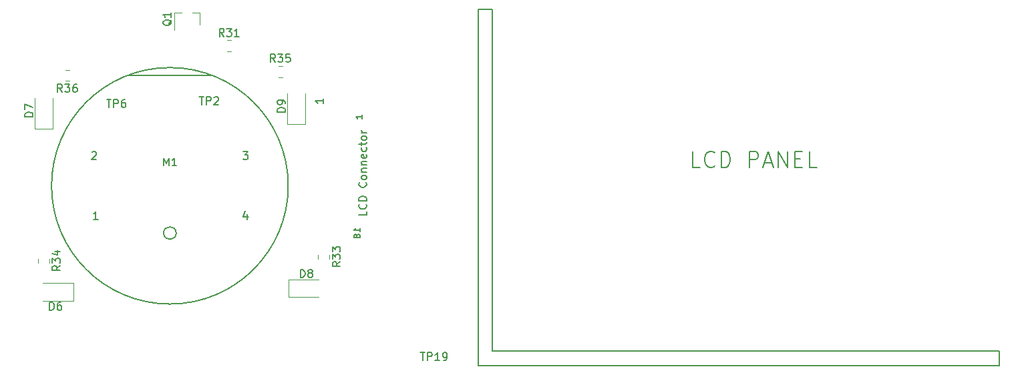
<source format=gbr>
G04 #@! TF.GenerationSoftware,KiCad,Pcbnew,(5.0.2)-1*
G04 #@! TF.CreationDate,2019-10-14T17:28:43+02:00*
G04 #@! TF.ProjectId,motoHUD,6d6f746f-4855-4442-9e6b-696361645f70,rev?*
G04 #@! TF.SameCoordinates,Original*
G04 #@! TF.FileFunction,Legend,Top*
G04 #@! TF.FilePolarity,Positive*
%FSLAX46Y46*%
G04 Gerber Fmt 4.6, Leading zero omitted, Abs format (unit mm)*
G04 Created by KiCad (PCBNEW (5.0.2)-1) date 14.10.2019 17:28:43*
%MOMM*%
%LPD*%
G01*
G04 APERTURE LIST*
%ADD10C,0.200000*%
%ADD11C,0.150000*%
%ADD12C,0.120000*%
G04 APERTURE END LIST*
D10*
X120611904Y-111847619D02*
X120611904Y-111390476D01*
X120611904Y-111619047D02*
X119811904Y-111619047D01*
X119926190Y-111542857D01*
X120002380Y-111466666D01*
X120040476Y-111390476D01*
X120154761Y-112304761D02*
X120116666Y-112228571D01*
X120078571Y-112190476D01*
X120002380Y-112152380D01*
X119964285Y-112152380D01*
X119888095Y-112190476D01*
X119850000Y-112228571D01*
X119811904Y-112304761D01*
X119811904Y-112457142D01*
X119850000Y-112533333D01*
X119888095Y-112571428D01*
X119964285Y-112609523D01*
X120002380Y-112609523D01*
X120078571Y-112571428D01*
X120116666Y-112533333D01*
X120154761Y-112457142D01*
X120154761Y-112304761D01*
X120192857Y-112228571D01*
X120230952Y-112190476D01*
X120307142Y-112152380D01*
X120459523Y-112152380D01*
X120535714Y-112190476D01*
X120573809Y-112228571D01*
X120611904Y-112304761D01*
X120611904Y-112457142D01*
X120573809Y-112533333D01*
X120535714Y-112571428D01*
X120459523Y-112609523D01*
X120307142Y-112609523D01*
X120230952Y-112571428D01*
X120192857Y-112533333D01*
X120154761Y-112457142D01*
X120861904Y-97021428D02*
X120861904Y-97478571D01*
X120861904Y-97250000D02*
X120061904Y-97250000D01*
X120176190Y-97326190D01*
X120252380Y-97402380D01*
X120290476Y-97478571D01*
D11*
G04 #@! TO.C,J9*
X135600000Y-128800000D02*
X135600000Y-83600000D01*
X135600000Y-128800000D02*
X201600000Y-128800000D01*
X135600000Y-83600000D02*
X137400000Y-83600000D01*
X137400000Y-83600000D02*
X137400000Y-127000000D01*
X137400000Y-127000000D02*
X201600000Y-127000000D01*
X201600000Y-127000000D02*
X201600000Y-128800000D01*
G04 #@! TO.C,M1*
X97300000Y-112000000D02*
G75*
G03X97300000Y-112000000I-800000J0D01*
G01*
X101900000Y-92000000D02*
X91100000Y-92000000D01*
X111500000Y-106000000D02*
G75*
G03X111500000Y-106000000I-15000000J0D01*
G01*
D12*
G04 #@! TO.C,Q1*
X100259000Y-84076000D02*
X99329000Y-84076000D01*
X97099000Y-84076000D02*
X98029000Y-84076000D01*
X97099000Y-84076000D02*
X97099000Y-86236000D01*
X100259000Y-84076000D02*
X100259000Y-85536000D01*
G04 #@! TO.C,D6*
X80400000Y-120635000D02*
X84285000Y-120635000D01*
X84285000Y-120635000D02*
X84285000Y-118365000D01*
X84285000Y-118365000D02*
X80400000Y-118365000D01*
G04 #@! TO.C,D7*
X81635000Y-98785000D02*
X81635000Y-94900000D01*
X79365000Y-98785000D02*
X81635000Y-98785000D01*
X79365000Y-94900000D02*
X79365000Y-98785000D01*
G04 #@! TO.C,D8*
X111507000Y-120135000D02*
X115392000Y-120135000D01*
X111507000Y-117865000D02*
X111507000Y-120135000D01*
X115392000Y-117865000D02*
X111507000Y-117865000D01*
G04 #@! TO.C,D9*
X111365000Y-94300000D02*
X111365000Y-98185000D01*
X111365000Y-98185000D02*
X113635000Y-98185000D01*
X113635000Y-98185000D02*
X113635000Y-94300000D01*
G04 #@! TO.C,R31*
X103738748Y-88960000D02*
X104261252Y-88960000D01*
X103738748Y-87540000D02*
X104261252Y-87540000D01*
G04 #@! TO.C,R33*
X116710000Y-114738748D02*
X116710000Y-115261252D01*
X115290000Y-114738748D02*
X115290000Y-115261252D01*
G04 #@! TO.C,R34*
X81210000Y-115238748D02*
X81210000Y-115761252D01*
X79790000Y-115238748D02*
X79790000Y-115761252D01*
G04 #@! TO.C,R35*
X110238748Y-90790000D02*
X110761252Y-90790000D01*
X110238748Y-92210000D02*
X110761252Y-92210000D01*
G04 #@! TO.C,R36*
X83761252Y-91290000D02*
X83238748Y-91290000D01*
X83761252Y-92710000D02*
X83238748Y-92710000D01*
G04 #@! TO.C,J9*
D11*
X121452380Y-109233333D02*
X121452380Y-109709523D01*
X120452380Y-109709523D01*
X121357142Y-108328571D02*
X121404761Y-108376190D01*
X121452380Y-108519047D01*
X121452380Y-108614285D01*
X121404761Y-108757142D01*
X121309523Y-108852380D01*
X121214285Y-108900000D01*
X121023809Y-108947619D01*
X120880952Y-108947619D01*
X120690476Y-108900000D01*
X120595238Y-108852380D01*
X120500000Y-108757142D01*
X120452380Y-108614285D01*
X120452380Y-108519047D01*
X120500000Y-108376190D01*
X120547619Y-108328571D01*
X121452380Y-107900000D02*
X120452380Y-107900000D01*
X120452380Y-107661904D01*
X120500000Y-107519047D01*
X120595238Y-107423809D01*
X120690476Y-107376190D01*
X120880952Y-107328571D01*
X121023809Y-107328571D01*
X121214285Y-107376190D01*
X121309523Y-107423809D01*
X121404761Y-107519047D01*
X121452380Y-107661904D01*
X121452380Y-107900000D01*
X121357142Y-105566666D02*
X121404761Y-105614285D01*
X121452380Y-105757142D01*
X121452380Y-105852380D01*
X121404761Y-105995238D01*
X121309523Y-106090476D01*
X121214285Y-106138095D01*
X121023809Y-106185714D01*
X120880952Y-106185714D01*
X120690476Y-106138095D01*
X120595238Y-106090476D01*
X120500000Y-105995238D01*
X120452380Y-105852380D01*
X120452380Y-105757142D01*
X120500000Y-105614285D01*
X120547619Y-105566666D01*
X121452380Y-104995238D02*
X121404761Y-105090476D01*
X121357142Y-105138095D01*
X121261904Y-105185714D01*
X120976190Y-105185714D01*
X120880952Y-105138095D01*
X120833333Y-105090476D01*
X120785714Y-104995238D01*
X120785714Y-104852380D01*
X120833333Y-104757142D01*
X120880952Y-104709523D01*
X120976190Y-104661904D01*
X121261904Y-104661904D01*
X121357142Y-104709523D01*
X121404761Y-104757142D01*
X121452380Y-104852380D01*
X121452380Y-104995238D01*
X120785714Y-104233333D02*
X121452380Y-104233333D01*
X120880952Y-104233333D02*
X120833333Y-104185714D01*
X120785714Y-104090476D01*
X120785714Y-103947619D01*
X120833333Y-103852380D01*
X120928571Y-103804761D01*
X121452380Y-103804761D01*
X120785714Y-103328571D02*
X121452380Y-103328571D01*
X120880952Y-103328571D02*
X120833333Y-103280952D01*
X120785714Y-103185714D01*
X120785714Y-103042857D01*
X120833333Y-102947619D01*
X120928571Y-102900000D01*
X121452380Y-102900000D01*
X121404761Y-102042857D02*
X121452380Y-102138095D01*
X121452380Y-102328571D01*
X121404761Y-102423809D01*
X121309523Y-102471428D01*
X120928571Y-102471428D01*
X120833333Y-102423809D01*
X120785714Y-102328571D01*
X120785714Y-102138095D01*
X120833333Y-102042857D01*
X120928571Y-101995238D01*
X121023809Y-101995238D01*
X121119047Y-102471428D01*
X121404761Y-101138095D02*
X121452380Y-101233333D01*
X121452380Y-101423809D01*
X121404761Y-101519047D01*
X121357142Y-101566666D01*
X121261904Y-101614285D01*
X120976190Y-101614285D01*
X120880952Y-101566666D01*
X120833333Y-101519047D01*
X120785714Y-101423809D01*
X120785714Y-101233333D01*
X120833333Y-101138095D01*
X120785714Y-100852380D02*
X120785714Y-100471428D01*
X120452380Y-100709523D02*
X121309523Y-100709523D01*
X121404761Y-100661904D01*
X121452380Y-100566666D01*
X121452380Y-100471428D01*
X121452380Y-99995238D02*
X121404761Y-100090476D01*
X121357142Y-100138095D01*
X121261904Y-100185714D01*
X120976190Y-100185714D01*
X120880952Y-100138095D01*
X120833333Y-100090476D01*
X120785714Y-99995238D01*
X120785714Y-99852380D01*
X120833333Y-99757142D01*
X120880952Y-99709523D01*
X120976190Y-99661904D01*
X121261904Y-99661904D01*
X121357142Y-99709523D01*
X121404761Y-99757142D01*
X121452380Y-99852380D01*
X121452380Y-99995238D01*
X121452380Y-99233333D02*
X120785714Y-99233333D01*
X120976190Y-99233333D02*
X120880952Y-99185714D01*
X120833333Y-99138095D01*
X120785714Y-99042857D01*
X120785714Y-98947619D01*
X115952380Y-94964285D02*
X115952380Y-95535714D01*
X115952380Y-95250000D02*
X114952380Y-95250000D01*
X115095238Y-95345238D01*
X115190476Y-95440476D01*
X115238095Y-95535714D01*
X163738095Y-103654761D02*
X162785714Y-103654761D01*
X162785714Y-101654761D01*
X165547619Y-103464285D02*
X165452380Y-103559523D01*
X165166666Y-103654761D01*
X164976190Y-103654761D01*
X164690476Y-103559523D01*
X164500000Y-103369047D01*
X164404761Y-103178571D01*
X164309523Y-102797619D01*
X164309523Y-102511904D01*
X164404761Y-102130952D01*
X164500000Y-101940476D01*
X164690476Y-101750000D01*
X164976190Y-101654761D01*
X165166666Y-101654761D01*
X165452380Y-101750000D01*
X165547619Y-101845238D01*
X166404761Y-103654761D02*
X166404761Y-101654761D01*
X166880952Y-101654761D01*
X167166666Y-101750000D01*
X167357142Y-101940476D01*
X167452380Y-102130952D01*
X167547619Y-102511904D01*
X167547619Y-102797619D01*
X167452380Y-103178571D01*
X167357142Y-103369047D01*
X167166666Y-103559523D01*
X166880952Y-103654761D01*
X166404761Y-103654761D01*
X169928571Y-103654761D02*
X169928571Y-101654761D01*
X170690476Y-101654761D01*
X170880952Y-101750000D01*
X170976190Y-101845238D01*
X171071428Y-102035714D01*
X171071428Y-102321428D01*
X170976190Y-102511904D01*
X170880952Y-102607142D01*
X170690476Y-102702380D01*
X169928571Y-102702380D01*
X171833333Y-103083333D02*
X172785714Y-103083333D01*
X171642857Y-103654761D02*
X172309523Y-101654761D01*
X172976190Y-103654761D01*
X173642857Y-103654761D02*
X173642857Y-101654761D01*
X174785714Y-103654761D01*
X174785714Y-101654761D01*
X175738095Y-102607142D02*
X176404761Y-102607142D01*
X176690476Y-103654761D02*
X175738095Y-103654761D01*
X175738095Y-101654761D01*
X176690476Y-101654761D01*
X178500000Y-103654761D02*
X177547619Y-103654761D01*
X177547619Y-101654761D01*
G04 #@! TO.C,TP2*
X100238095Y-94702380D02*
X100809523Y-94702380D01*
X100523809Y-95702380D02*
X100523809Y-94702380D01*
X101142857Y-95702380D02*
X101142857Y-94702380D01*
X101523809Y-94702380D01*
X101619047Y-94750000D01*
X101666666Y-94797619D01*
X101714285Y-94892857D01*
X101714285Y-95035714D01*
X101666666Y-95130952D01*
X101619047Y-95178571D01*
X101523809Y-95226190D01*
X101142857Y-95226190D01*
X102095238Y-94797619D02*
X102142857Y-94750000D01*
X102238095Y-94702380D01*
X102476190Y-94702380D01*
X102571428Y-94750000D01*
X102619047Y-94797619D01*
X102666666Y-94892857D01*
X102666666Y-94988095D01*
X102619047Y-95130952D01*
X102047619Y-95702380D01*
X102666666Y-95702380D01*
G04 #@! TO.C,TP6*
X88488095Y-95054380D02*
X89059523Y-95054380D01*
X88773809Y-96054380D02*
X88773809Y-95054380D01*
X89392857Y-96054380D02*
X89392857Y-95054380D01*
X89773809Y-95054380D01*
X89869047Y-95102000D01*
X89916666Y-95149619D01*
X89964285Y-95244857D01*
X89964285Y-95387714D01*
X89916666Y-95482952D01*
X89869047Y-95530571D01*
X89773809Y-95578190D01*
X89392857Y-95578190D01*
X90821428Y-95054380D02*
X90630952Y-95054380D01*
X90535714Y-95102000D01*
X90488095Y-95149619D01*
X90392857Y-95292476D01*
X90345238Y-95482952D01*
X90345238Y-95863904D01*
X90392857Y-95959142D01*
X90440476Y-96006761D01*
X90535714Y-96054380D01*
X90726190Y-96054380D01*
X90821428Y-96006761D01*
X90869047Y-95959142D01*
X90916666Y-95863904D01*
X90916666Y-95625809D01*
X90869047Y-95530571D01*
X90821428Y-95482952D01*
X90726190Y-95435333D01*
X90535714Y-95435333D01*
X90440476Y-95482952D01*
X90392857Y-95530571D01*
X90345238Y-95625809D01*
G04 #@! TO.C,TP19*
X128261904Y-127152380D02*
X128833333Y-127152380D01*
X128547619Y-128152380D02*
X128547619Y-127152380D01*
X129166666Y-128152380D02*
X129166666Y-127152380D01*
X129547619Y-127152380D01*
X129642857Y-127200000D01*
X129690476Y-127247619D01*
X129738095Y-127342857D01*
X129738095Y-127485714D01*
X129690476Y-127580952D01*
X129642857Y-127628571D01*
X129547619Y-127676190D01*
X129166666Y-127676190D01*
X130690476Y-128152380D02*
X130119047Y-128152380D01*
X130404761Y-128152380D02*
X130404761Y-127152380D01*
X130309523Y-127295238D01*
X130214285Y-127390476D01*
X130119047Y-127438095D01*
X131166666Y-128152380D02*
X131357142Y-128152380D01*
X131452380Y-128104761D01*
X131500000Y-128057142D01*
X131595238Y-127914285D01*
X131642857Y-127723809D01*
X131642857Y-127342857D01*
X131595238Y-127247619D01*
X131547619Y-127200000D01*
X131452380Y-127152380D01*
X131261904Y-127152380D01*
X131166666Y-127200000D01*
X131119047Y-127247619D01*
X131071428Y-127342857D01*
X131071428Y-127580952D01*
X131119047Y-127676190D01*
X131166666Y-127723809D01*
X131261904Y-127771428D01*
X131452380Y-127771428D01*
X131547619Y-127723809D01*
X131595238Y-127676190D01*
X131642857Y-127580952D01*
G04 #@! TO.C,M1*
X95690476Y-103452380D02*
X95690476Y-102452380D01*
X96023809Y-103166666D01*
X96357142Y-102452380D01*
X96357142Y-103452380D01*
X97357142Y-103452380D02*
X96785714Y-103452380D01*
X97071428Y-103452380D02*
X97071428Y-102452380D01*
X96976190Y-102595238D01*
X96880952Y-102690476D01*
X96785714Y-102738095D01*
X106290476Y-109585714D02*
X106290476Y-110252380D01*
X106052380Y-109204761D02*
X105814285Y-109919047D01*
X106433333Y-109919047D01*
X105766666Y-101652380D02*
X106385714Y-101652380D01*
X106052380Y-102033333D01*
X106195238Y-102033333D01*
X106290476Y-102080952D01*
X106338095Y-102128571D01*
X106385714Y-102223809D01*
X106385714Y-102461904D01*
X106338095Y-102557142D01*
X106290476Y-102604761D01*
X106195238Y-102652380D01*
X105909523Y-102652380D01*
X105814285Y-102604761D01*
X105766666Y-102557142D01*
X86614285Y-101747619D02*
X86661904Y-101700000D01*
X86757142Y-101652380D01*
X86995238Y-101652380D01*
X87090476Y-101700000D01*
X87138095Y-101747619D01*
X87185714Y-101842857D01*
X87185714Y-101938095D01*
X87138095Y-102080952D01*
X86566666Y-102652380D01*
X87185714Y-102652380D01*
X87385714Y-110252380D02*
X86814285Y-110252380D01*
X87100000Y-110252380D02*
X87100000Y-109252380D01*
X87004761Y-109395238D01*
X86909523Y-109490476D01*
X86814285Y-109538095D01*
G04 #@! TO.C,Q1*
X96726619Y-84931238D02*
X96679000Y-85026476D01*
X96583761Y-85121714D01*
X96440904Y-85264571D01*
X96393285Y-85359809D01*
X96393285Y-85455047D01*
X96631380Y-85407428D02*
X96583761Y-85502666D01*
X96488523Y-85597904D01*
X96298047Y-85645523D01*
X95964714Y-85645523D01*
X95774238Y-85597904D01*
X95679000Y-85502666D01*
X95631380Y-85407428D01*
X95631380Y-85216952D01*
X95679000Y-85121714D01*
X95774238Y-85026476D01*
X95964714Y-84978857D01*
X96298047Y-84978857D01*
X96488523Y-85026476D01*
X96583761Y-85121714D01*
X96631380Y-85216952D01*
X96631380Y-85407428D01*
X96631380Y-84026476D02*
X96631380Y-84597904D01*
X96631380Y-84312190D02*
X95631380Y-84312190D01*
X95774238Y-84407428D01*
X95869476Y-84502666D01*
X95917095Y-84597904D01*
G04 #@! TO.C,D6*
X81261904Y-121772380D02*
X81261904Y-120772380D01*
X81500000Y-120772380D01*
X81642857Y-120820000D01*
X81738095Y-120915238D01*
X81785714Y-121010476D01*
X81833333Y-121200952D01*
X81833333Y-121343809D01*
X81785714Y-121534285D01*
X81738095Y-121629523D01*
X81642857Y-121724761D01*
X81500000Y-121772380D01*
X81261904Y-121772380D01*
X82690476Y-120772380D02*
X82500000Y-120772380D01*
X82404761Y-120820000D01*
X82357142Y-120867619D01*
X82261904Y-121010476D01*
X82214285Y-121200952D01*
X82214285Y-121581904D01*
X82261904Y-121677142D01*
X82309523Y-121724761D01*
X82404761Y-121772380D01*
X82595238Y-121772380D01*
X82690476Y-121724761D01*
X82738095Y-121677142D01*
X82785714Y-121581904D01*
X82785714Y-121343809D01*
X82738095Y-121248571D01*
X82690476Y-121200952D01*
X82595238Y-121153333D01*
X82404761Y-121153333D01*
X82309523Y-121200952D01*
X82261904Y-121248571D01*
X82214285Y-121343809D01*
G04 #@! TO.C,D7*
X79132380Y-97238095D02*
X78132380Y-97238095D01*
X78132380Y-97000000D01*
X78180000Y-96857142D01*
X78275238Y-96761904D01*
X78370476Y-96714285D01*
X78560952Y-96666666D01*
X78703809Y-96666666D01*
X78894285Y-96714285D01*
X78989523Y-96761904D01*
X79084761Y-96857142D01*
X79132380Y-97000000D01*
X79132380Y-97238095D01*
X78132380Y-96333333D02*
X78132380Y-95666666D01*
X79132380Y-96095238D01*
G04 #@! TO.C,D8*
X113053904Y-117632380D02*
X113053904Y-116632380D01*
X113292000Y-116632380D01*
X113434857Y-116680000D01*
X113530095Y-116775238D01*
X113577714Y-116870476D01*
X113625333Y-117060952D01*
X113625333Y-117203809D01*
X113577714Y-117394285D01*
X113530095Y-117489523D01*
X113434857Y-117584761D01*
X113292000Y-117632380D01*
X113053904Y-117632380D01*
X114196761Y-117060952D02*
X114101523Y-117013333D01*
X114053904Y-116965714D01*
X114006285Y-116870476D01*
X114006285Y-116822857D01*
X114053904Y-116727619D01*
X114101523Y-116680000D01*
X114196761Y-116632380D01*
X114387238Y-116632380D01*
X114482476Y-116680000D01*
X114530095Y-116727619D01*
X114577714Y-116822857D01*
X114577714Y-116870476D01*
X114530095Y-116965714D01*
X114482476Y-117013333D01*
X114387238Y-117060952D01*
X114196761Y-117060952D01*
X114101523Y-117108571D01*
X114053904Y-117156190D01*
X114006285Y-117251428D01*
X114006285Y-117441904D01*
X114053904Y-117537142D01*
X114101523Y-117584761D01*
X114196761Y-117632380D01*
X114387238Y-117632380D01*
X114482476Y-117584761D01*
X114530095Y-117537142D01*
X114577714Y-117441904D01*
X114577714Y-117251428D01*
X114530095Y-117156190D01*
X114482476Y-117108571D01*
X114387238Y-117060952D01*
G04 #@! TO.C,D9*
X111132380Y-96638095D02*
X110132380Y-96638095D01*
X110132380Y-96400000D01*
X110180000Y-96257142D01*
X110275238Y-96161904D01*
X110370476Y-96114285D01*
X110560952Y-96066666D01*
X110703809Y-96066666D01*
X110894285Y-96114285D01*
X110989523Y-96161904D01*
X111084761Y-96257142D01*
X111132380Y-96400000D01*
X111132380Y-96638095D01*
X111132380Y-95590476D02*
X111132380Y-95400000D01*
X111084761Y-95304761D01*
X111037142Y-95257142D01*
X110894285Y-95161904D01*
X110703809Y-95114285D01*
X110322857Y-95114285D01*
X110227619Y-95161904D01*
X110180000Y-95209523D01*
X110132380Y-95304761D01*
X110132380Y-95495238D01*
X110180000Y-95590476D01*
X110227619Y-95638095D01*
X110322857Y-95685714D01*
X110560952Y-95685714D01*
X110656190Y-95638095D01*
X110703809Y-95590476D01*
X110751428Y-95495238D01*
X110751428Y-95304761D01*
X110703809Y-95209523D01*
X110656190Y-95161904D01*
X110560952Y-95114285D01*
G04 #@! TO.C,R31*
X103357142Y-87052380D02*
X103023809Y-86576190D01*
X102785714Y-87052380D02*
X102785714Y-86052380D01*
X103166666Y-86052380D01*
X103261904Y-86100000D01*
X103309523Y-86147619D01*
X103357142Y-86242857D01*
X103357142Y-86385714D01*
X103309523Y-86480952D01*
X103261904Y-86528571D01*
X103166666Y-86576190D01*
X102785714Y-86576190D01*
X103690476Y-86052380D02*
X104309523Y-86052380D01*
X103976190Y-86433333D01*
X104119047Y-86433333D01*
X104214285Y-86480952D01*
X104261904Y-86528571D01*
X104309523Y-86623809D01*
X104309523Y-86861904D01*
X104261904Y-86957142D01*
X104214285Y-87004761D01*
X104119047Y-87052380D01*
X103833333Y-87052380D01*
X103738095Y-87004761D01*
X103690476Y-86957142D01*
X105261904Y-87052380D02*
X104690476Y-87052380D01*
X104976190Y-87052380D02*
X104976190Y-86052380D01*
X104880952Y-86195238D01*
X104785714Y-86290476D01*
X104690476Y-86338095D01*
G04 #@! TO.C,R33*
X118102380Y-115642857D02*
X117626190Y-115976190D01*
X118102380Y-116214285D02*
X117102380Y-116214285D01*
X117102380Y-115833333D01*
X117150000Y-115738095D01*
X117197619Y-115690476D01*
X117292857Y-115642857D01*
X117435714Y-115642857D01*
X117530952Y-115690476D01*
X117578571Y-115738095D01*
X117626190Y-115833333D01*
X117626190Y-116214285D01*
X117102380Y-115309523D02*
X117102380Y-114690476D01*
X117483333Y-115023809D01*
X117483333Y-114880952D01*
X117530952Y-114785714D01*
X117578571Y-114738095D01*
X117673809Y-114690476D01*
X117911904Y-114690476D01*
X118007142Y-114738095D01*
X118054761Y-114785714D01*
X118102380Y-114880952D01*
X118102380Y-115166666D01*
X118054761Y-115261904D01*
X118007142Y-115309523D01*
X117102380Y-114357142D02*
X117102380Y-113738095D01*
X117483333Y-114071428D01*
X117483333Y-113928571D01*
X117530952Y-113833333D01*
X117578571Y-113785714D01*
X117673809Y-113738095D01*
X117911904Y-113738095D01*
X118007142Y-113785714D01*
X118054761Y-113833333D01*
X118102380Y-113928571D01*
X118102380Y-114214285D01*
X118054761Y-114309523D01*
X118007142Y-114357142D01*
G04 #@! TO.C,R34*
X82602380Y-116142857D02*
X82126190Y-116476190D01*
X82602380Y-116714285D02*
X81602380Y-116714285D01*
X81602380Y-116333333D01*
X81650000Y-116238095D01*
X81697619Y-116190476D01*
X81792857Y-116142857D01*
X81935714Y-116142857D01*
X82030952Y-116190476D01*
X82078571Y-116238095D01*
X82126190Y-116333333D01*
X82126190Y-116714285D01*
X81602380Y-115809523D02*
X81602380Y-115190476D01*
X81983333Y-115523809D01*
X81983333Y-115380952D01*
X82030952Y-115285714D01*
X82078571Y-115238095D01*
X82173809Y-115190476D01*
X82411904Y-115190476D01*
X82507142Y-115238095D01*
X82554761Y-115285714D01*
X82602380Y-115380952D01*
X82602380Y-115666666D01*
X82554761Y-115761904D01*
X82507142Y-115809523D01*
X81935714Y-114333333D02*
X82602380Y-114333333D01*
X81554761Y-114571428D02*
X82269047Y-114809523D01*
X82269047Y-114190476D01*
G04 #@! TO.C,R35*
X109857142Y-90302380D02*
X109523809Y-89826190D01*
X109285714Y-90302380D02*
X109285714Y-89302380D01*
X109666666Y-89302380D01*
X109761904Y-89350000D01*
X109809523Y-89397619D01*
X109857142Y-89492857D01*
X109857142Y-89635714D01*
X109809523Y-89730952D01*
X109761904Y-89778571D01*
X109666666Y-89826190D01*
X109285714Y-89826190D01*
X110190476Y-89302380D02*
X110809523Y-89302380D01*
X110476190Y-89683333D01*
X110619047Y-89683333D01*
X110714285Y-89730952D01*
X110761904Y-89778571D01*
X110809523Y-89873809D01*
X110809523Y-90111904D01*
X110761904Y-90207142D01*
X110714285Y-90254761D01*
X110619047Y-90302380D01*
X110333333Y-90302380D01*
X110238095Y-90254761D01*
X110190476Y-90207142D01*
X111714285Y-89302380D02*
X111238095Y-89302380D01*
X111190476Y-89778571D01*
X111238095Y-89730952D01*
X111333333Y-89683333D01*
X111571428Y-89683333D01*
X111666666Y-89730952D01*
X111714285Y-89778571D01*
X111761904Y-89873809D01*
X111761904Y-90111904D01*
X111714285Y-90207142D01*
X111666666Y-90254761D01*
X111571428Y-90302380D01*
X111333333Y-90302380D01*
X111238095Y-90254761D01*
X111190476Y-90207142D01*
G04 #@! TO.C,R36*
X82857142Y-94102380D02*
X82523809Y-93626190D01*
X82285714Y-94102380D02*
X82285714Y-93102380D01*
X82666666Y-93102380D01*
X82761904Y-93150000D01*
X82809523Y-93197619D01*
X82857142Y-93292857D01*
X82857142Y-93435714D01*
X82809523Y-93530952D01*
X82761904Y-93578571D01*
X82666666Y-93626190D01*
X82285714Y-93626190D01*
X83190476Y-93102380D02*
X83809523Y-93102380D01*
X83476190Y-93483333D01*
X83619047Y-93483333D01*
X83714285Y-93530952D01*
X83761904Y-93578571D01*
X83809523Y-93673809D01*
X83809523Y-93911904D01*
X83761904Y-94007142D01*
X83714285Y-94054761D01*
X83619047Y-94102380D01*
X83333333Y-94102380D01*
X83238095Y-94054761D01*
X83190476Y-94007142D01*
X84666666Y-93102380D02*
X84476190Y-93102380D01*
X84380952Y-93150000D01*
X84333333Y-93197619D01*
X84238095Y-93340476D01*
X84190476Y-93530952D01*
X84190476Y-93911904D01*
X84238095Y-94007142D01*
X84285714Y-94054761D01*
X84380952Y-94102380D01*
X84571428Y-94102380D01*
X84666666Y-94054761D01*
X84714285Y-94007142D01*
X84761904Y-93911904D01*
X84761904Y-93673809D01*
X84714285Y-93578571D01*
X84666666Y-93530952D01*
X84571428Y-93483333D01*
X84380952Y-93483333D01*
X84285714Y-93530952D01*
X84238095Y-93578571D01*
X84190476Y-93673809D01*
G04 #@! TD*
M02*

</source>
